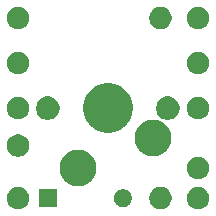
<source format=gts>
G04 #@! TF.GenerationSoftware,KiCad,Pcbnew,5.1.6-c6e7f7d~87~ubuntu20.04.1*
G04 #@! TF.CreationDate,2020-09-28T10:34:55-03:00*
G04 #@! TF.ProjectId,altana_original,616c7461-6e61-45f6-9f72-6967696e616c,rev?*
G04 #@! TF.SameCoordinates,Original*
G04 #@! TF.FileFunction,Soldermask,Top*
G04 #@! TF.FilePolarity,Negative*
%FSLAX46Y46*%
G04 Gerber Fmt 4.6, Leading zero omitted, Abs format (unit mm)*
G04 Created by KiCad (PCBNEW 5.1.6-c6e7f7d~87~ubuntu20.04.1) date 2020-09-28 10:34:55*
%MOMM*%
%LPD*%
G01*
G04 APERTURE LIST*
%ADD10C,0.265000*%
G04 APERTURE END LIST*
D10*
G36*
X82319395Y-42392546D02*
G01*
X82492466Y-42464234D01*
X82492467Y-42464235D01*
X82648227Y-42568310D01*
X82780690Y-42700773D01*
X82833081Y-42779182D01*
X82884766Y-42856534D01*
X82956454Y-43029605D01*
X82993000Y-43213333D01*
X82993000Y-43400667D01*
X82956454Y-43584395D01*
X82884766Y-43757466D01*
X82865877Y-43785735D01*
X82780690Y-43913227D01*
X82648227Y-44045690D01*
X82569818Y-44098081D01*
X82492466Y-44149766D01*
X82319395Y-44221454D01*
X82135667Y-44258000D01*
X81948333Y-44258000D01*
X81764605Y-44221454D01*
X81591534Y-44149766D01*
X81514182Y-44098081D01*
X81435773Y-44045690D01*
X81303310Y-43913227D01*
X81218123Y-43785735D01*
X81199234Y-43757466D01*
X81127546Y-43584395D01*
X81091000Y-43400667D01*
X81091000Y-43213333D01*
X81127546Y-43029605D01*
X81199234Y-42856534D01*
X81250919Y-42779182D01*
X81303310Y-42700773D01*
X81435773Y-42568310D01*
X81591533Y-42464235D01*
X81591534Y-42464234D01*
X81764605Y-42392546D01*
X81948333Y-42356000D01*
X82135667Y-42356000D01*
X82319395Y-42392546D01*
G37*
G36*
X67079395Y-42392546D02*
G01*
X67252466Y-42464234D01*
X67252467Y-42464235D01*
X67408227Y-42568310D01*
X67540690Y-42700773D01*
X67593081Y-42779182D01*
X67644766Y-42856534D01*
X67716454Y-43029605D01*
X67753000Y-43213333D01*
X67753000Y-43400667D01*
X67716454Y-43584395D01*
X67644766Y-43757466D01*
X67625877Y-43785735D01*
X67540690Y-43913227D01*
X67408227Y-44045690D01*
X67329818Y-44098081D01*
X67252466Y-44149766D01*
X67079395Y-44221454D01*
X66895667Y-44258000D01*
X66708333Y-44258000D01*
X66524605Y-44221454D01*
X66351534Y-44149766D01*
X66274182Y-44098081D01*
X66195773Y-44045690D01*
X66063310Y-43913227D01*
X65978123Y-43785735D01*
X65959234Y-43757466D01*
X65887546Y-43584395D01*
X65851000Y-43400667D01*
X65851000Y-43213333D01*
X65887546Y-43029605D01*
X65959234Y-42856534D01*
X66010919Y-42779182D01*
X66063310Y-42700773D01*
X66195773Y-42568310D01*
X66351533Y-42464235D01*
X66351534Y-42464234D01*
X66524605Y-42392546D01*
X66708333Y-42356000D01*
X66895667Y-42356000D01*
X67079395Y-42392546D01*
G37*
G36*
X79144395Y-42392546D02*
G01*
X79317466Y-42464234D01*
X79317467Y-42464235D01*
X79473227Y-42568310D01*
X79605690Y-42700773D01*
X79658081Y-42779182D01*
X79709766Y-42856534D01*
X79781454Y-43029605D01*
X79818000Y-43213333D01*
X79818000Y-43400667D01*
X79781454Y-43584395D01*
X79709766Y-43757466D01*
X79690877Y-43785735D01*
X79605690Y-43913227D01*
X79473227Y-44045690D01*
X79394818Y-44098081D01*
X79317466Y-44149766D01*
X79144395Y-44221454D01*
X78960667Y-44258000D01*
X78773333Y-44258000D01*
X78589605Y-44221454D01*
X78416534Y-44149766D01*
X78339182Y-44098081D01*
X78260773Y-44045690D01*
X78128310Y-43913227D01*
X78043123Y-43785735D01*
X78024234Y-43757466D01*
X77952546Y-43584395D01*
X77916000Y-43400667D01*
X77916000Y-43213333D01*
X77952546Y-43029605D01*
X78024234Y-42856534D01*
X78075919Y-42779182D01*
X78128310Y-42700773D01*
X78260773Y-42568310D01*
X78416533Y-42464235D01*
X78416534Y-42464234D01*
X78589605Y-42392546D01*
X78773333Y-42356000D01*
X78960667Y-42356000D01*
X79144395Y-42392546D01*
G37*
G36*
X70093000Y-44058000D02*
G01*
X68591000Y-44058000D01*
X68591000Y-42556000D01*
X70093000Y-42556000D01*
X70093000Y-44058000D01*
G37*
G36*
X75827850Y-42568309D02*
G01*
X75911059Y-42584860D01*
X76047732Y-42641472D01*
X76170735Y-42723660D01*
X76275340Y-42828265D01*
X76357528Y-42951268D01*
X76414140Y-43087941D01*
X76443000Y-43233033D01*
X76443000Y-43380967D01*
X76414140Y-43526059D01*
X76357528Y-43662732D01*
X76275340Y-43785735D01*
X76170735Y-43890340D01*
X76047732Y-43972528D01*
X76047731Y-43972529D01*
X76047730Y-43972529D01*
X75911059Y-44029140D01*
X75765968Y-44058000D01*
X75618032Y-44058000D01*
X75472941Y-44029140D01*
X75336270Y-43972529D01*
X75336269Y-43972529D01*
X75336268Y-43972528D01*
X75213265Y-43890340D01*
X75108660Y-43785735D01*
X75026472Y-43662732D01*
X74969860Y-43526059D01*
X74941000Y-43380967D01*
X74941000Y-43233033D01*
X74969860Y-43087941D01*
X75026472Y-42951268D01*
X75108660Y-42828265D01*
X75213265Y-42723660D01*
X75336268Y-42641472D01*
X75472941Y-42584860D01*
X75556150Y-42568309D01*
X75618032Y-42556000D01*
X75765968Y-42556000D01*
X75827850Y-42568309D01*
G37*
G36*
X72184585Y-39245802D02*
G01*
X72334410Y-39275604D01*
X72616674Y-39392521D01*
X72870705Y-39562259D01*
X73086741Y-39778295D01*
X73256479Y-40032326D01*
X73373396Y-40314590D01*
X73433000Y-40614240D01*
X73433000Y-40919760D01*
X73373396Y-41219410D01*
X73256479Y-41501674D01*
X73086741Y-41755705D01*
X72870705Y-41971741D01*
X72616674Y-42141479D01*
X72334410Y-42258396D01*
X72184585Y-42288198D01*
X72034761Y-42318000D01*
X71729239Y-42318000D01*
X71579415Y-42288198D01*
X71429590Y-42258396D01*
X71147326Y-42141479D01*
X70893295Y-41971741D01*
X70677259Y-41755705D01*
X70507521Y-41501674D01*
X70390604Y-41219410D01*
X70331000Y-40919760D01*
X70331000Y-40614240D01*
X70390604Y-40314590D01*
X70507521Y-40032326D01*
X70677259Y-39778295D01*
X70893295Y-39562259D01*
X71147326Y-39392521D01*
X71429590Y-39275604D01*
X71579415Y-39245802D01*
X71729239Y-39216000D01*
X72034761Y-39216000D01*
X72184585Y-39245802D01*
G37*
G36*
X82319395Y-39852546D02*
G01*
X82492466Y-39924234D01*
X82492467Y-39924235D01*
X82648227Y-40028310D01*
X82780690Y-40160773D01*
X82780691Y-40160775D01*
X82884766Y-40316534D01*
X82956454Y-40489605D01*
X82993000Y-40673333D01*
X82993000Y-40860667D01*
X82956454Y-41044395D01*
X82884766Y-41217466D01*
X82883467Y-41219410D01*
X82780690Y-41373227D01*
X82648227Y-41505690D01*
X82569818Y-41558081D01*
X82492466Y-41609766D01*
X82319395Y-41681454D01*
X82135667Y-41718000D01*
X81948333Y-41718000D01*
X81764605Y-41681454D01*
X81591534Y-41609766D01*
X81514182Y-41558081D01*
X81435773Y-41505690D01*
X81303310Y-41373227D01*
X81200533Y-41219410D01*
X81199234Y-41217466D01*
X81127546Y-41044395D01*
X81091000Y-40860667D01*
X81091000Y-40673333D01*
X81127546Y-40489605D01*
X81199234Y-40316534D01*
X81303309Y-40160775D01*
X81303310Y-40160773D01*
X81435773Y-40028310D01*
X81591533Y-39924235D01*
X81591534Y-39924234D01*
X81764605Y-39852546D01*
X81948333Y-39816000D01*
X82135667Y-39816000D01*
X82319395Y-39852546D01*
G37*
G36*
X67079395Y-37947546D02*
G01*
X67252466Y-38019234D01*
X67252467Y-38019235D01*
X67408227Y-38123310D01*
X67540690Y-38255773D01*
X67540691Y-38255775D01*
X67644766Y-38411534D01*
X67716454Y-38584605D01*
X67753000Y-38768333D01*
X67753000Y-38955667D01*
X67716454Y-39139395D01*
X67644766Y-39312466D01*
X67644765Y-39312467D01*
X67540690Y-39468227D01*
X67408227Y-39600690D01*
X67407046Y-39601479D01*
X67252466Y-39704766D01*
X67079395Y-39776454D01*
X66895667Y-39813000D01*
X66708333Y-39813000D01*
X66524605Y-39776454D01*
X66351534Y-39704766D01*
X66196954Y-39601479D01*
X66195773Y-39600690D01*
X66063310Y-39468227D01*
X65959235Y-39312467D01*
X65959234Y-39312466D01*
X65887546Y-39139395D01*
X65851000Y-38955667D01*
X65851000Y-38768333D01*
X65887546Y-38584605D01*
X65959234Y-38411534D01*
X66063309Y-38255775D01*
X66063310Y-38255773D01*
X66195773Y-38123310D01*
X66351533Y-38019235D01*
X66351534Y-38019234D01*
X66524605Y-37947546D01*
X66708333Y-37911000D01*
X66895667Y-37911000D01*
X67079395Y-37947546D01*
G37*
G36*
X78534585Y-36705802D02*
G01*
X78684410Y-36735604D01*
X78966674Y-36852521D01*
X79220705Y-37022259D01*
X79436741Y-37238295D01*
X79606479Y-37492326D01*
X79723396Y-37774590D01*
X79783000Y-38074240D01*
X79783000Y-38379760D01*
X79723396Y-38679410D01*
X79606479Y-38961674D01*
X79436741Y-39215705D01*
X79220705Y-39431741D01*
X78966674Y-39601479D01*
X78684410Y-39718396D01*
X78534585Y-39748198D01*
X78384761Y-39778000D01*
X78079239Y-39778000D01*
X77929415Y-39748198D01*
X77779590Y-39718396D01*
X77497326Y-39601479D01*
X77243295Y-39431741D01*
X77027259Y-39215705D01*
X76857521Y-38961674D01*
X76740604Y-38679410D01*
X76681000Y-38379760D01*
X76681000Y-38074240D01*
X76740604Y-37774590D01*
X76857521Y-37492326D01*
X77027259Y-37238295D01*
X77243295Y-37022259D01*
X77497326Y-36852521D01*
X77779590Y-36735604D01*
X77929415Y-36705802D01*
X78079239Y-36676000D01*
X78384761Y-36676000D01*
X78534585Y-36705802D01*
G37*
G36*
X74899536Y-33639827D02*
G01*
X75034839Y-33666740D01*
X75417197Y-33825118D01*
X75761310Y-34055047D01*
X76053953Y-34347690D01*
X76283882Y-34691803D01*
X76442260Y-35074161D01*
X76469173Y-35209464D01*
X76523000Y-35480068D01*
X76523000Y-35893932D01*
X76474558Y-36137466D01*
X76442260Y-36299839D01*
X76283882Y-36682197D01*
X76053953Y-37026310D01*
X75761310Y-37318953D01*
X75417197Y-37548882D01*
X75034839Y-37707260D01*
X74899536Y-37734173D01*
X74628932Y-37788000D01*
X74215068Y-37788000D01*
X73944464Y-37734173D01*
X73809161Y-37707260D01*
X73426803Y-37548882D01*
X73082690Y-37318953D01*
X72790047Y-37026310D01*
X72560118Y-36682197D01*
X72401740Y-36299839D01*
X72369442Y-36137466D01*
X72321000Y-35893932D01*
X72321000Y-35480068D01*
X72374827Y-35209464D01*
X72401740Y-35074161D01*
X72560118Y-34691803D01*
X72790047Y-34347690D01*
X73082690Y-34055047D01*
X73426803Y-33825118D01*
X73809161Y-33666740D01*
X73944464Y-33639827D01*
X74215068Y-33586000D01*
X74628932Y-33586000D01*
X74899536Y-33639827D01*
G37*
G36*
X79629764Y-34691803D02*
G01*
X79793981Y-34724468D01*
X79976151Y-34799926D01*
X80140100Y-34909473D01*
X80279527Y-35048900D01*
X80389074Y-35212849D01*
X80464532Y-35395019D01*
X80503000Y-35588410D01*
X80503000Y-35785590D01*
X80464532Y-35978981D01*
X80389074Y-36161151D01*
X80279527Y-36325100D01*
X80140100Y-36464527D01*
X79976151Y-36574074D01*
X79793981Y-36649532D01*
X79600591Y-36688000D01*
X79403409Y-36688000D01*
X79210019Y-36649532D01*
X79027849Y-36574074D01*
X78863900Y-36464527D01*
X78724473Y-36325100D01*
X78614926Y-36161151D01*
X78539468Y-35978981D01*
X78501000Y-35785590D01*
X78501000Y-35588410D01*
X78539468Y-35395019D01*
X78614926Y-35212849D01*
X78724473Y-35048900D01*
X78863900Y-34909473D01*
X79027849Y-34799926D01*
X79210019Y-34724468D01*
X79374236Y-34691803D01*
X79403409Y-34686000D01*
X79600591Y-34686000D01*
X79629764Y-34691803D01*
G37*
G36*
X69469764Y-34691803D02*
G01*
X69633981Y-34724468D01*
X69816151Y-34799926D01*
X69980100Y-34909473D01*
X70119527Y-35048900D01*
X70229074Y-35212849D01*
X70304532Y-35395019D01*
X70343000Y-35588410D01*
X70343000Y-35785590D01*
X70304532Y-35978981D01*
X70229074Y-36161151D01*
X70119527Y-36325100D01*
X69980100Y-36464527D01*
X69816151Y-36574074D01*
X69633981Y-36649532D01*
X69440591Y-36688000D01*
X69243409Y-36688000D01*
X69050019Y-36649532D01*
X68867849Y-36574074D01*
X68703900Y-36464527D01*
X68564473Y-36325100D01*
X68454926Y-36161151D01*
X68379468Y-35978981D01*
X68341000Y-35785590D01*
X68341000Y-35588410D01*
X68379468Y-35395019D01*
X68454926Y-35212849D01*
X68564473Y-35048900D01*
X68703900Y-34909473D01*
X68867849Y-34799926D01*
X69050019Y-34724468D01*
X69214236Y-34691803D01*
X69243409Y-34686000D01*
X69440591Y-34686000D01*
X69469764Y-34691803D01*
G37*
G36*
X67079395Y-34772546D02*
G01*
X67252466Y-34844234D01*
X67252467Y-34844235D01*
X67408227Y-34948310D01*
X67540690Y-35080773D01*
X67540691Y-35080775D01*
X67644766Y-35236534D01*
X67716454Y-35409605D01*
X67753000Y-35593333D01*
X67753000Y-35780667D01*
X67716454Y-35964395D01*
X67644766Y-36137466D01*
X67628940Y-36161151D01*
X67540690Y-36293227D01*
X67408227Y-36425690D01*
X67350103Y-36464527D01*
X67252466Y-36529766D01*
X67079395Y-36601454D01*
X66895667Y-36638000D01*
X66708333Y-36638000D01*
X66524605Y-36601454D01*
X66351534Y-36529766D01*
X66253897Y-36464527D01*
X66195773Y-36425690D01*
X66063310Y-36293227D01*
X65975060Y-36161151D01*
X65959234Y-36137466D01*
X65887546Y-35964395D01*
X65851000Y-35780667D01*
X65851000Y-35593333D01*
X65887546Y-35409605D01*
X65959234Y-35236534D01*
X66063309Y-35080775D01*
X66063310Y-35080773D01*
X66195773Y-34948310D01*
X66351533Y-34844235D01*
X66351534Y-34844234D01*
X66524605Y-34772546D01*
X66708333Y-34736000D01*
X66895667Y-34736000D01*
X67079395Y-34772546D01*
G37*
G36*
X82319395Y-34772546D02*
G01*
X82492466Y-34844234D01*
X82492467Y-34844235D01*
X82648227Y-34948310D01*
X82780690Y-35080773D01*
X82780691Y-35080775D01*
X82884766Y-35236534D01*
X82956454Y-35409605D01*
X82993000Y-35593333D01*
X82993000Y-35780667D01*
X82956454Y-35964395D01*
X82884766Y-36137466D01*
X82868940Y-36161151D01*
X82780690Y-36293227D01*
X82648227Y-36425690D01*
X82590103Y-36464527D01*
X82492466Y-36529766D01*
X82319395Y-36601454D01*
X82135667Y-36638000D01*
X81948333Y-36638000D01*
X81764605Y-36601454D01*
X81591534Y-36529766D01*
X81493897Y-36464527D01*
X81435773Y-36425690D01*
X81303310Y-36293227D01*
X81215060Y-36161151D01*
X81199234Y-36137466D01*
X81127546Y-35964395D01*
X81091000Y-35780667D01*
X81091000Y-35593333D01*
X81127546Y-35409605D01*
X81199234Y-35236534D01*
X81303309Y-35080775D01*
X81303310Y-35080773D01*
X81435773Y-34948310D01*
X81591533Y-34844235D01*
X81591534Y-34844234D01*
X81764605Y-34772546D01*
X81948333Y-34736000D01*
X82135667Y-34736000D01*
X82319395Y-34772546D01*
G37*
G36*
X67079395Y-30962546D02*
G01*
X67252466Y-31034234D01*
X67252467Y-31034235D01*
X67408227Y-31138310D01*
X67540690Y-31270773D01*
X67540691Y-31270775D01*
X67644766Y-31426534D01*
X67716454Y-31599605D01*
X67753000Y-31783333D01*
X67753000Y-31970667D01*
X67716454Y-32154395D01*
X67644766Y-32327466D01*
X67644765Y-32327467D01*
X67540690Y-32483227D01*
X67408227Y-32615690D01*
X67329818Y-32668081D01*
X67252466Y-32719766D01*
X67079395Y-32791454D01*
X66895667Y-32828000D01*
X66708333Y-32828000D01*
X66524605Y-32791454D01*
X66351534Y-32719766D01*
X66274182Y-32668081D01*
X66195773Y-32615690D01*
X66063310Y-32483227D01*
X65959235Y-32327467D01*
X65959234Y-32327466D01*
X65887546Y-32154395D01*
X65851000Y-31970667D01*
X65851000Y-31783333D01*
X65887546Y-31599605D01*
X65959234Y-31426534D01*
X66063309Y-31270775D01*
X66063310Y-31270773D01*
X66195773Y-31138310D01*
X66351533Y-31034235D01*
X66351534Y-31034234D01*
X66524605Y-30962546D01*
X66708333Y-30926000D01*
X66895667Y-30926000D01*
X67079395Y-30962546D01*
G37*
G36*
X82319395Y-30962546D02*
G01*
X82492466Y-31034234D01*
X82492467Y-31034235D01*
X82648227Y-31138310D01*
X82780690Y-31270773D01*
X82780691Y-31270775D01*
X82884766Y-31426534D01*
X82956454Y-31599605D01*
X82993000Y-31783333D01*
X82993000Y-31970667D01*
X82956454Y-32154395D01*
X82884766Y-32327466D01*
X82884765Y-32327467D01*
X82780690Y-32483227D01*
X82648227Y-32615690D01*
X82569818Y-32668081D01*
X82492466Y-32719766D01*
X82319395Y-32791454D01*
X82135667Y-32828000D01*
X81948333Y-32828000D01*
X81764605Y-32791454D01*
X81591534Y-32719766D01*
X81514182Y-32668081D01*
X81435773Y-32615690D01*
X81303310Y-32483227D01*
X81199235Y-32327467D01*
X81199234Y-32327466D01*
X81127546Y-32154395D01*
X81091000Y-31970667D01*
X81091000Y-31783333D01*
X81127546Y-31599605D01*
X81199234Y-31426534D01*
X81303309Y-31270775D01*
X81303310Y-31270773D01*
X81435773Y-31138310D01*
X81591533Y-31034235D01*
X81591534Y-31034234D01*
X81764605Y-30962546D01*
X81948333Y-30926000D01*
X82135667Y-30926000D01*
X82319395Y-30962546D01*
G37*
G36*
X67079395Y-27152546D02*
G01*
X67252466Y-27224234D01*
X67252467Y-27224235D01*
X67408227Y-27328310D01*
X67540690Y-27460773D01*
X67540691Y-27460775D01*
X67644766Y-27616534D01*
X67716454Y-27789605D01*
X67753000Y-27973333D01*
X67753000Y-28160667D01*
X67716454Y-28344395D01*
X67644766Y-28517466D01*
X67644765Y-28517467D01*
X67540690Y-28673227D01*
X67408227Y-28805690D01*
X67329818Y-28858081D01*
X67252466Y-28909766D01*
X67079395Y-28981454D01*
X66895667Y-29018000D01*
X66708333Y-29018000D01*
X66524605Y-28981454D01*
X66351534Y-28909766D01*
X66274182Y-28858081D01*
X66195773Y-28805690D01*
X66063310Y-28673227D01*
X65959235Y-28517467D01*
X65959234Y-28517466D01*
X65887546Y-28344395D01*
X65851000Y-28160667D01*
X65851000Y-27973333D01*
X65887546Y-27789605D01*
X65959234Y-27616534D01*
X66063309Y-27460775D01*
X66063310Y-27460773D01*
X66195773Y-27328310D01*
X66351533Y-27224235D01*
X66351534Y-27224234D01*
X66524605Y-27152546D01*
X66708333Y-27116000D01*
X66895667Y-27116000D01*
X67079395Y-27152546D01*
G37*
G36*
X82319395Y-27152546D02*
G01*
X82492466Y-27224234D01*
X82492467Y-27224235D01*
X82648227Y-27328310D01*
X82780690Y-27460773D01*
X82780691Y-27460775D01*
X82884766Y-27616534D01*
X82956454Y-27789605D01*
X82993000Y-27973333D01*
X82993000Y-28160667D01*
X82956454Y-28344395D01*
X82884766Y-28517466D01*
X82884765Y-28517467D01*
X82780690Y-28673227D01*
X82648227Y-28805690D01*
X82569818Y-28858081D01*
X82492466Y-28909766D01*
X82319395Y-28981454D01*
X82135667Y-29018000D01*
X81948333Y-29018000D01*
X81764605Y-28981454D01*
X81591534Y-28909766D01*
X81514182Y-28858081D01*
X81435773Y-28805690D01*
X81303310Y-28673227D01*
X81199235Y-28517467D01*
X81199234Y-28517466D01*
X81127546Y-28344395D01*
X81091000Y-28160667D01*
X81091000Y-27973333D01*
X81127546Y-27789605D01*
X81199234Y-27616534D01*
X81303309Y-27460775D01*
X81303310Y-27460773D01*
X81435773Y-27328310D01*
X81591533Y-27224235D01*
X81591534Y-27224234D01*
X81764605Y-27152546D01*
X81948333Y-27116000D01*
X82135667Y-27116000D01*
X82319395Y-27152546D01*
G37*
G36*
X79144395Y-27152546D02*
G01*
X79317466Y-27224234D01*
X79317467Y-27224235D01*
X79473227Y-27328310D01*
X79605690Y-27460773D01*
X79605691Y-27460775D01*
X79709766Y-27616534D01*
X79781454Y-27789605D01*
X79818000Y-27973333D01*
X79818000Y-28160667D01*
X79781454Y-28344395D01*
X79709766Y-28517466D01*
X79709765Y-28517467D01*
X79605690Y-28673227D01*
X79473227Y-28805690D01*
X79394818Y-28858081D01*
X79317466Y-28909766D01*
X79144395Y-28981454D01*
X78960667Y-29018000D01*
X78773333Y-29018000D01*
X78589605Y-28981454D01*
X78416534Y-28909766D01*
X78339182Y-28858081D01*
X78260773Y-28805690D01*
X78128310Y-28673227D01*
X78024235Y-28517467D01*
X78024234Y-28517466D01*
X77952546Y-28344395D01*
X77916000Y-28160667D01*
X77916000Y-27973333D01*
X77952546Y-27789605D01*
X78024234Y-27616534D01*
X78128309Y-27460775D01*
X78128310Y-27460773D01*
X78260773Y-27328310D01*
X78416533Y-27224235D01*
X78416534Y-27224234D01*
X78589605Y-27152546D01*
X78773333Y-27116000D01*
X78960667Y-27116000D01*
X79144395Y-27152546D01*
G37*
M02*

</source>
